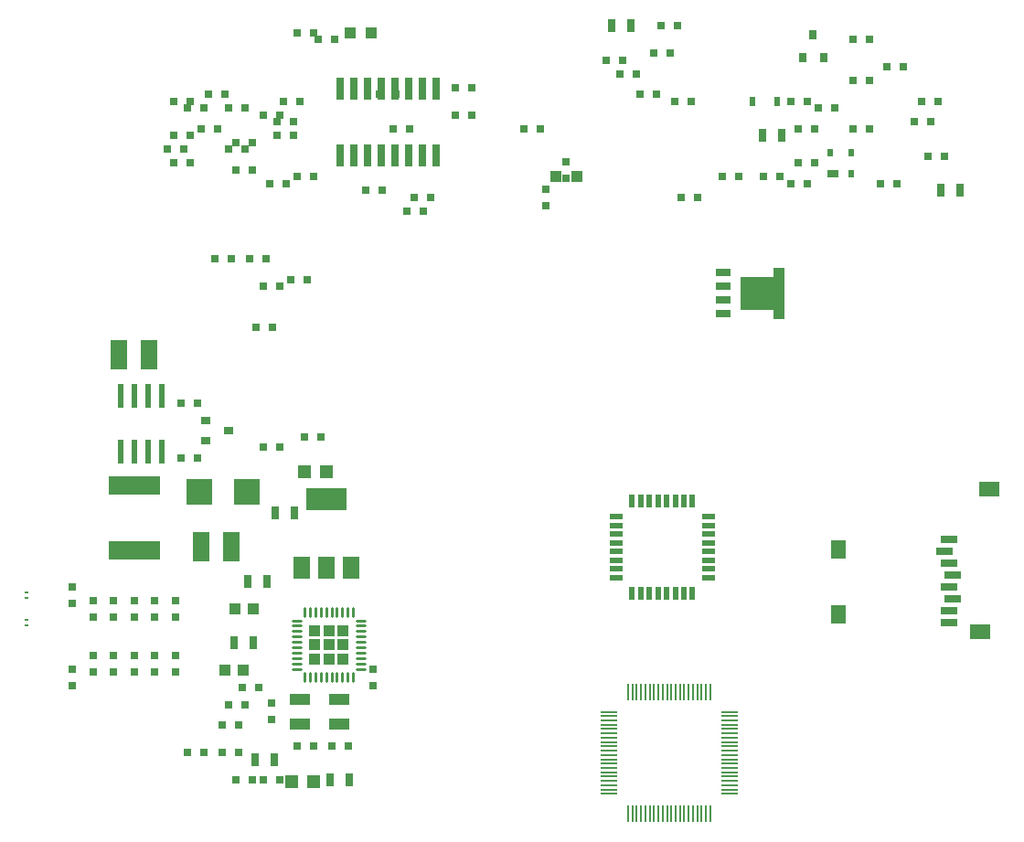
<source format=gtp>
G75*
G70*
%OFA0B0*%
%FSLAX24Y24*%
%IPPOS*%
%LPD*%
%AMOC8*
5,1,8,0,0,1.08239X$1,22.5*
%
%ADD10C,0.0098*%
%ADD11R,0.0394X0.0394*%
%ADD12R,0.0433X0.0394*%
%ADD13R,0.0300X0.0300*%
%ADD14R,0.0500X0.0500*%
%ADD15R,0.0748X0.0433*%
%ADD16R,0.0315X0.0472*%
%ADD17R,0.0240X0.0870*%
%ADD18R,0.1850X0.0689*%
%ADD19R,0.0945X0.0945*%
%ADD20R,0.0630X0.1063*%
%ADD21R,0.0551X0.0276*%
%ADD22R,0.0413X0.1900*%
%ADD23R,0.1220X0.1240*%
%ADD24R,0.0354X0.0315*%
%ADD25R,0.0590X0.0790*%
%ADD26R,0.1500X0.0790*%
%ADD27R,0.0169X0.0110*%
%ADD28R,0.0630X0.0098*%
%ADD29R,0.0098X0.0630*%
%ADD30R,0.0315X0.0354*%
%ADD31R,0.0500X0.0220*%
%ADD32R,0.0220X0.0500*%
%ADD33R,0.0394X0.0276*%
%ADD34R,0.0236X0.0276*%
%ADD35R,0.0248X0.0327*%
%ADD36R,0.0260X0.0800*%
%ADD37R,0.0591X0.0276*%
%ADD38R,0.0551X0.0709*%
%ADD39R,0.0748X0.0551*%
D10*
X034675Y011467D02*
X034971Y011467D01*
X034971Y011664D02*
X034675Y011664D01*
X034675Y011861D02*
X034971Y011861D01*
X034971Y012058D02*
X034675Y012058D01*
X034675Y012254D02*
X034971Y012254D01*
X034971Y012451D02*
X034675Y012451D01*
X034675Y012648D02*
X034971Y012648D01*
X034971Y012845D02*
X034675Y012845D01*
X034675Y013042D02*
X034971Y013042D01*
X034971Y013239D02*
X034675Y013239D01*
X035115Y013382D02*
X035115Y013678D01*
X035312Y013678D02*
X035312Y013382D01*
X035508Y013382D02*
X035508Y013678D01*
X035705Y013678D02*
X035705Y013382D01*
X035902Y013382D02*
X035902Y013678D01*
X036099Y013678D02*
X036099Y013382D01*
X036296Y013382D02*
X036296Y013678D01*
X036493Y013678D02*
X036493Y013382D01*
X036690Y013382D02*
X036690Y013678D01*
X036886Y013678D02*
X036886Y013382D01*
X037030Y013239D02*
X037326Y013239D01*
X037326Y013042D02*
X037030Y013042D01*
X037030Y012845D02*
X037326Y012845D01*
X037326Y012648D02*
X037030Y012648D01*
X037030Y012451D02*
X037326Y012451D01*
X037326Y012254D02*
X037030Y012254D01*
X037030Y012058D02*
X037326Y012058D01*
X037326Y011861D02*
X037030Y011861D01*
X037030Y011664D02*
X037326Y011664D01*
X037326Y011467D02*
X037030Y011467D01*
X036886Y011324D02*
X036886Y011028D01*
X036690Y011028D02*
X036690Y011324D01*
X036493Y011324D02*
X036493Y011028D01*
X036296Y011028D02*
X036296Y011324D01*
X036099Y011324D02*
X036099Y011028D01*
X035902Y011028D02*
X035902Y011324D01*
X035705Y011324D02*
X035705Y011028D01*
X035508Y011028D02*
X035508Y011324D01*
X035312Y011324D02*
X035312Y011028D01*
X035115Y011028D02*
X035115Y011324D01*
D11*
X035489Y011841D03*
X036001Y011841D03*
X036512Y011841D03*
X036512Y012353D03*
X036001Y012353D03*
X036001Y012865D03*
X036512Y012865D03*
X035489Y012865D03*
X035489Y012353D03*
X044266Y029410D03*
X045054Y029410D03*
X037554Y034660D03*
X036766Y034660D03*
D12*
X033245Y013660D03*
X032575Y013660D03*
X032870Y011410D03*
X032200Y011410D03*
D13*
X032860Y010785D03*
X033460Y010785D03*
X033910Y010210D03*
X033910Y009610D03*
X032960Y010160D03*
X032360Y010160D03*
X032110Y009410D03*
X032710Y009410D03*
X032710Y008410D03*
X032110Y008410D03*
X031460Y008410D03*
X030860Y008410D03*
X032610Y007410D03*
X033210Y007410D03*
X033610Y007410D03*
X034210Y007410D03*
X034860Y008660D03*
X035460Y008660D03*
X036110Y008660D03*
X036710Y008660D03*
X037623Y010860D03*
X037623Y011460D03*
X030410Y011360D03*
X029660Y011360D03*
X028910Y011360D03*
X028910Y011960D03*
X029660Y011960D03*
X030410Y011960D03*
X030410Y013360D03*
X029660Y013360D03*
X028910Y013360D03*
X028910Y013960D03*
X029660Y013960D03*
X030410Y013960D03*
X028160Y013960D03*
X027410Y013960D03*
X026660Y013860D03*
X026660Y014460D03*
X027410Y013360D03*
X028160Y013360D03*
X028160Y011960D03*
X027410Y011960D03*
X027410Y011360D03*
X028160Y011360D03*
X026660Y011460D03*
X026660Y010860D03*
X030610Y019160D03*
X031210Y019160D03*
X033610Y019560D03*
X034210Y019560D03*
X035110Y019910D03*
X035710Y019910D03*
X031210Y021160D03*
X030610Y021160D03*
X033360Y023910D03*
X033960Y023910D03*
X034210Y025410D03*
X034610Y025660D03*
X035210Y025660D03*
X033610Y025410D03*
X033710Y026410D03*
X033110Y026410D03*
X032460Y026410D03*
X031860Y026410D03*
X033860Y029160D03*
X034460Y029160D03*
X034860Y029410D03*
X035460Y029410D03*
X037360Y028910D03*
X037960Y028910D03*
X038860Y028160D03*
X039460Y028160D03*
X039710Y028660D03*
X039110Y028660D03*
X038960Y031160D03*
X038360Y031160D03*
X038460Y032410D03*
X037860Y032410D03*
X040610Y032660D03*
X041210Y032660D03*
X041210Y031660D03*
X040610Y031660D03*
X043110Y031160D03*
X043710Y031160D03*
X044660Y029960D03*
X044660Y029360D03*
X043910Y028960D03*
X043910Y028360D03*
X048860Y028660D03*
X049460Y028660D03*
X050360Y029410D03*
X050960Y029410D03*
X051860Y029410D03*
X052460Y029410D03*
X052860Y029160D03*
X053460Y029160D03*
X053710Y029910D03*
X053110Y029910D03*
X053110Y031160D03*
X053710Y031160D03*
X053860Y031910D03*
X053460Y032160D03*
X052860Y032160D03*
X054460Y031910D03*
X055110Y031160D03*
X055710Y031160D03*
X057360Y031410D03*
X057960Y031410D03*
X058210Y032160D03*
X057610Y032160D03*
X055710Y032910D03*
X055110Y032910D03*
X056360Y033410D03*
X056960Y033410D03*
X055710Y034410D03*
X055110Y034410D03*
X049210Y032160D03*
X048610Y032160D03*
X047960Y032410D03*
X047360Y032410D03*
X047210Y033160D03*
X046610Y033160D03*
X046710Y033660D03*
X046110Y033660D03*
X047860Y033910D03*
X048460Y033910D03*
X048710Y034910D03*
X048110Y034910D03*
X056110Y029160D03*
X056710Y029160D03*
X057860Y030160D03*
X058460Y030160D03*
X036210Y034410D03*
X035610Y034410D03*
X035460Y034660D03*
X034860Y034660D03*
X032210Y032410D03*
X032360Y031910D03*
X032960Y031910D03*
X033610Y031660D03*
X034110Y031410D03*
X034210Y031660D03*
X034360Y032160D03*
X034960Y032160D03*
X034710Y031410D03*
X034710Y030910D03*
X034110Y030910D03*
X033210Y030660D03*
X032960Y030410D03*
X032610Y030660D03*
X032360Y030410D03*
X031960Y031160D03*
X031360Y031160D03*
X030960Y030910D03*
X030710Y030410D03*
X030110Y030410D03*
X030360Y030910D03*
X030360Y029910D03*
X030960Y029910D03*
X032610Y029660D03*
X033210Y029660D03*
X031460Y031910D03*
X031610Y032410D03*
X030960Y032160D03*
X030860Y031910D03*
X030360Y032160D03*
D14*
X035110Y018660D03*
X035910Y018660D03*
X035460Y007360D03*
X034660Y007360D03*
D15*
X034932Y009457D03*
X034932Y010363D03*
X036388Y010363D03*
X036388Y009457D03*
D16*
X034014Y008160D03*
X033306Y008160D03*
X036056Y007410D03*
X036764Y007410D03*
X033264Y012410D03*
X032556Y012410D03*
X033056Y014660D03*
X033764Y014660D03*
X034056Y017160D03*
X034764Y017160D03*
X051806Y030910D03*
X052514Y030910D03*
X058306Y028910D03*
X059014Y028910D03*
X047014Y034910D03*
X046306Y034910D03*
D17*
X029910Y021440D03*
X029410Y021440D03*
X028910Y021440D03*
X028410Y021440D03*
X028410Y019380D03*
X028910Y019380D03*
X029410Y019380D03*
X029910Y019380D03*
D18*
X028910Y018160D03*
X028910Y015778D03*
D19*
X031294Y017910D03*
X033026Y017910D03*
D20*
X032461Y015910D03*
X031359Y015910D03*
X029461Y022910D03*
X028359Y022910D03*
D21*
X050367Y024410D03*
X050367Y024910D03*
X050367Y025410D03*
X050367Y025910D03*
D22*
X052424Y025155D03*
D23*
X051617Y025160D03*
D24*
X032343Y020160D03*
X031516Y019786D03*
X031516Y020534D03*
D25*
X035020Y015170D03*
X035920Y015170D03*
X036820Y015170D03*
D26*
X035910Y017650D03*
D27*
X024988Y013060D03*
X024988Y013260D03*
X024988Y014060D03*
X024988Y014260D03*
D28*
X046205Y009906D03*
X046205Y009749D03*
X046205Y009591D03*
X046205Y009434D03*
X046205Y009276D03*
X046205Y009119D03*
X046205Y008961D03*
X046205Y008804D03*
X046205Y008646D03*
X046205Y008489D03*
X046205Y008331D03*
X046205Y008174D03*
X046205Y008016D03*
X046205Y007859D03*
X046205Y007701D03*
X046205Y007544D03*
X046205Y007386D03*
X046205Y007229D03*
X046205Y007071D03*
X046205Y006914D03*
X050615Y006914D03*
X050615Y007071D03*
X050615Y007229D03*
X050615Y007386D03*
X050615Y007544D03*
X050615Y007701D03*
X050615Y007859D03*
X050615Y008016D03*
X050615Y008174D03*
X050615Y008331D03*
X050615Y008489D03*
X050615Y008646D03*
X050615Y008804D03*
X050615Y008961D03*
X050615Y009119D03*
X050615Y009276D03*
X050615Y009434D03*
X050615Y009591D03*
X050615Y009749D03*
X050615Y009906D03*
D29*
X049906Y010615D03*
X049749Y010615D03*
X049591Y010615D03*
X049434Y010615D03*
X049276Y010615D03*
X049119Y010615D03*
X048961Y010615D03*
X048804Y010615D03*
X048646Y010615D03*
X048489Y010615D03*
X048331Y010615D03*
X048174Y010615D03*
X048016Y010615D03*
X047859Y010615D03*
X047701Y010615D03*
X047544Y010615D03*
X047386Y010615D03*
X047229Y010615D03*
X047071Y010615D03*
X046914Y010615D03*
X046914Y006205D03*
X047071Y006205D03*
X047229Y006205D03*
X047386Y006205D03*
X047544Y006205D03*
X047701Y006205D03*
X047859Y006205D03*
X048016Y006205D03*
X048174Y006205D03*
X048331Y006205D03*
X048489Y006205D03*
X048646Y006205D03*
X048804Y006205D03*
X048961Y006205D03*
X049119Y006205D03*
X049276Y006205D03*
X049434Y006205D03*
X049591Y006205D03*
X049749Y006205D03*
X049906Y006205D03*
D30*
X053286Y033766D03*
X054034Y033766D03*
X053660Y034593D03*
D31*
X049850Y017012D03*
X049850Y016697D03*
X049850Y016382D03*
X049850Y016067D03*
X049850Y015753D03*
X049850Y015438D03*
X049850Y015123D03*
X049850Y014808D03*
X046470Y014808D03*
X046470Y015123D03*
X046470Y015438D03*
X046470Y015753D03*
X046470Y016067D03*
X046470Y016382D03*
X046470Y016697D03*
X046470Y017012D03*
D32*
X047058Y017600D03*
X047373Y017600D03*
X047688Y017600D03*
X048003Y017600D03*
X048317Y017600D03*
X048632Y017600D03*
X048947Y017600D03*
X049262Y017600D03*
X049262Y014220D03*
X048947Y014220D03*
X048632Y014220D03*
X048317Y014220D03*
X048003Y014220D03*
X047688Y014220D03*
X047373Y014220D03*
X047058Y014220D03*
D33*
X054365Y029516D03*
D34*
X055034Y029516D03*
X055034Y030304D03*
X054286Y030304D03*
D35*
X052363Y032160D03*
X051457Y032160D03*
D36*
X039910Y032620D03*
X039410Y032620D03*
X038910Y032620D03*
X038410Y032620D03*
X037910Y032620D03*
X037410Y032620D03*
X036910Y032620D03*
X036410Y032620D03*
X036410Y030200D03*
X036910Y030200D03*
X037410Y030200D03*
X037910Y030200D03*
X038410Y030200D03*
X038910Y030200D03*
X039410Y030200D03*
X039910Y030200D03*
D37*
X058599Y016203D03*
X058441Y015770D03*
X058599Y015337D03*
X058756Y014904D03*
X058599Y014471D03*
X058756Y014038D03*
X058599Y013605D03*
X058599Y013172D03*
D38*
X054583Y013447D03*
X054583Y015810D03*
D39*
X060095Y018014D03*
X059741Y012817D03*
M02*

</source>
